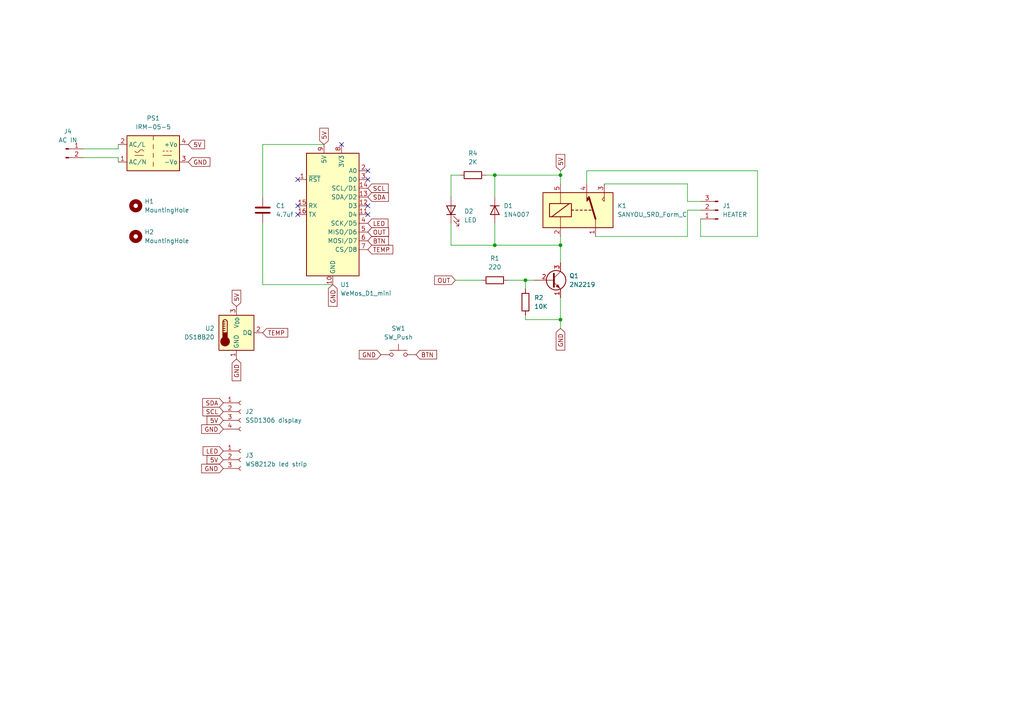
<source format=kicad_sch>
(kicad_sch (version 20230121) (generator eeschema)
  (paper "A4")
  (lib_symbols
    (symbol "Connector:Conn_01x02_Pin" (pin_names (offset 1.016) hide)
      (property "Reference" "J" (at 0 2.54 0))
      (property "Value" "Conn_01x02_Pin" (at 0 -5.08 0))
      (symbol "Conn_01x02_Pin_1_1"
        (polyline (pts (xy 1.27 -2.54) (xy 0.8636 -2.54)) (stroke (width 0.1524)))
        (polyline (pts (xy 1.27 0) (xy 0.8636 0)) (stroke (width 0.1524)))
        (rectangle (start 0.8636 -2.413) (end 0 -2.667) (stroke (width 0.1524)) (fill (type outline)))
        (rectangle (start 0.8636 0.127) (end 0 -0.127) (stroke (width 0.1524)) (fill (type outline)))
        (pin passive line (at 5.08 0 180) (length 3.81) (name "Pin_1") (number "1"))
        (pin passive line (at 5.08 -2.54 180) (length 3.81) (name "Pin_2") (number "2"))
      )
    )
    (symbol "Connector:Conn_01x03_Pin" (pin_names (offset 1.016) hide)
      (property "Reference" "J" (at 0 5.08 0))
      (property "Value" "Conn_01x03_Pin" (at 0 -5.08 0))
      (symbol "Conn_01x03_Pin_1_1"
        (polyline (pts (xy 1.27 -2.54) (xy 0.8636 -2.54)) (stroke (width 0.1524)))
        (polyline (pts (xy 1.27 0) (xy 0.8636 0)) (stroke (width 0.1524)))
        (polyline (pts (xy 1.27 2.54) (xy 0.8636 2.54)) (stroke (width 0.1524)))
        (rectangle (start 0.8636 -2.413) (end 0 -2.667) (stroke (width 0.1524)) (fill (type outline)))
        (rectangle (start 0.8636 0.127) (end 0 -0.127) (stroke (width 0.1524)) (fill (type outline)))
        (rectangle (start 0.8636 2.667) (end 0 2.413) (stroke (width 0.1524)) (fill (type outline)))
        (pin passive line (at 5.08 2.54 180) (length 3.81) (name "Pin_1") (number "1"))
        (pin passive line (at 5.08 0 180) (length 3.81) (name "Pin_2") (number "2"))
        (pin passive line (at 5.08 -2.54 180) (length 3.81) (name "Pin_3") (number "3"))
      )
    )
    (symbol "Connector:Conn_01x03_Socket" (pin_names (offset 1.016) hide)
      (property "Reference" "J" (at 0 5.08 0))
      (property "Value" "Conn_01x03_Socket" (at 0 -5.08 0))
      (symbol "Conn_01x03_Socket_1_1"
        (arc (start 0 -2.032) (mid -0.5058 -2.54) (end 0 -3.048) (stroke (width 0.1524)))
        (polyline (pts (xy -1.27 -2.54) (xy -0.508 -2.54)) (stroke (width 0.1524)))
        (polyline (pts (xy -1.27 0) (xy -0.508 0)) (stroke (width 0.1524)))
        (polyline (pts (xy -1.27 2.54) (xy -0.508 2.54)) (stroke (width 0.1524)))
        (arc (start 0 0.508) (mid -0.5058 0) (end 0 -0.508) (stroke (width 0.1524)))
        (arc (start 0 3.048) (mid -0.5058 2.54) (end 0 2.032) (stroke (width 0.1524)))
        (pin passive line (at -5.08 2.54 0) (length 3.81) (name "Pin_1") (number "1"))
        (pin passive line (at -5.08 0 0) (length 3.81) (name "Pin_2") (number "2"))
        (pin passive line (at -5.08 -2.54 0) (length 3.81) (name "Pin_3") (number "3"))
      )
    )
    (symbol "Connector:Conn_01x04_Socket" (pin_names (offset 1.016) hide)
      (property "Reference" "J" (at 0 5.08 0))
      (property "Value" "Conn_01x04_Socket" (at 0 -7.62 0))
      (symbol "Conn_01x04_Socket_1_1"
        (arc (start 0 -4.572) (mid -0.5058 -5.08) (end 0 -5.588) (stroke (width 0.1524)))
        (arc (start 0 -2.032) (mid -0.5058 -2.54) (end 0 -3.048) (stroke (width 0.1524)))
        (polyline (pts (xy -1.27 -5.08) (xy -0.508 -5.08)) (stroke (width 0.1524)))
        (polyline (pts (xy -1.27 -2.54) (xy -0.508 -2.54)) (stroke (width 0.1524)))
        (polyline (pts (xy -1.27 0) (xy -0.508 0)) (stroke (width 0.1524)))
        (polyline (pts (xy -1.27 2.54) (xy -0.508 2.54)) (stroke (width 0.1524)))
        (arc (start 0 0.508) (mid -0.5058 0) (end 0 -0.508) (stroke (width 0.1524)))
        (arc (start 0 3.048) (mid -0.5058 2.54) (end 0 2.032) (stroke (width 0.1524)))
        (pin passive line (at -5.08 2.54 0) (length 3.81) (name "Pin_1") (number "1"))
        (pin passive line (at -5.08 0 0) (length 3.81) (name "Pin_2") (number "2"))
        (pin passive line (at -5.08 -2.54 0) (length 3.81) (name "Pin_3") (number "3"))
        (pin passive line (at -5.08 -5.08 0) (length 3.81) (name "Pin_4") (number "4"))
      )
    )
    (symbol "Converter_ACDC:IRM-05-5"
      (property "Reference" "PS" (at 0 6.35 0))
      (property "Value" "IRM-05-5" (at 0 -6.35 0))
      (symbol "IRM-05-5_0_1"
        (rectangle (start -7.62 5.08) (end 7.62 -5.08) (stroke (width 0.254)) (fill (type background)))
        (arc (start -5.334 0.635) (mid -4.699 0.2495) (end -4.064 0.635))
        (arc (start -2.794 0.635) (mid -3.429 1.0072) (end -4.064 0.635))
        (polyline (pts (xy -5.334 -0.635) (xy -2.794 -0.635)))
        (polyline (pts (xy 0 -2.54) (xy 0 -3.81)))
        (polyline (pts (xy 0 0) (xy 0 -1.27)))
        (polyline (pts (xy 0 2.54) (xy 0 1.27)))
        (polyline (pts (xy 0 5.08) (xy 0 3.81)))
        (polyline (pts (xy 2.794 -0.635) (xy 5.334 -0.635)))
        (polyline (pts (xy 2.794 0.635) (xy 3.302 0.635)))
        (polyline (pts (xy 3.81 0.635) (xy 4.318 0.635)))
        (polyline (pts (xy 4.826 0.635) (xy 5.334 0.635)))
      )
      (symbol "IRM-05-5_1_1"
        (pin power_in line (at -10.16 -2.54 0) (length 2.54) (name "AC/N") (number "1"))
        (pin power_in line (at -10.16 2.54 0) (length 2.54) (name "AC/L") (number "2"))
        (pin power_out line (at 10.16 -2.54 180) (length 2.54) (name "-Vo") (number "3"))
        (pin power_out line (at 10.16 2.54 180) (length 2.54) (name "+Vo") (number "4"))
      )
    )
    (symbol "Device:C" (pin_numbers hide) (pin_names (offset 0.254))
      (property "Reference" "C" (at 0.635 2.54 0))
      (property "Value" "C" (at 0.635 -2.54 0))
      (symbol "C_0_1"
        (polyline (pts (xy -2.032 -0.762) (xy 2.032 -0.762)) (stroke (width 0.508)))
        (polyline (pts (xy -2.032 0.762) (xy 2.032 0.762)) (stroke (width 0.508)))
      )
      (symbol "C_1_1"
        (pin passive line (at 0 3.81 270) (length 2.794) (name "~") (number "1"))
        (pin passive line (at 0 -3.81 90) (length 2.794) (name "~") (number "2"))
      )
    )
    (symbol "Device:LED" (pin_numbers hide) (pin_names (offset 1.016) hide)
      (property "Reference" "D" (at 0 2.54 0))
      (property "Value" "LED" (at 0 -2.54 0))
      (symbol "LED_0_1"
        (polyline (pts (xy -1.27 -1.27) (xy -1.27 1.27)) (stroke (width 0.254)))
        (polyline (pts (xy -1.27 0) (xy 1.27 0)))
        (polyline (pts (xy 1.27 -1.27) (xy 1.27 1.27) (xy -1.27 0) (xy 1.27 -1.27)) (stroke (width 0.254)))
        (polyline (pts (xy -3.048 -0.762) (xy -4.572 -2.286) (xy -3.81 -2.286) (xy -4.572 -2.286) (xy -4.572 -1.524)))
        (polyline (pts (xy -1.778 -0.762) (xy -3.302 -2.286) (xy -2.54 -2.286) (xy -3.302 -2.286) (xy -3.302 -1.524)))
      )
      (symbol "LED_1_1"
        (pin passive line (at -3.81 0 0) (length 2.54) (name "K") (number "1"))
        (pin passive line (at 3.81 0 180) (length 2.54) (name "A") (number "2"))
      )
    )
    (symbol "Device:R" (pin_numbers hide) (pin_names (offset 0))
      (property "Reference" "R" (at 2.032 0 90))
      (property "Value" "R" (at 0 0 90))
      (symbol "R_0_1"
        (rectangle (start -1.016 -2.54) (end 1.016 2.54) (stroke (width 0.254)))
      )
      (symbol "R_1_1"
        (pin passive line (at 0 3.81 270) (length 1.27) (name "~") (number "1"))
        (pin passive line (at 0 -3.81 90) (length 1.27) (name "~") (number "2"))
      )
    )
    (symbol "Diode:1N4007" (pin_numbers hide) (pin_names hide)
      (property "Reference" "D" (at 0 2.54 0))
      (property "Value" "1N4007" (at 0 -2.54 0))
      (symbol "1N4007_0_1"
        (polyline (pts (xy -1.27 1.27) (xy -1.27 -1.27)) (stroke (width 0.254)))
        (polyline (pts (xy 1.27 0) (xy -1.27 0)))
        (polyline (pts (xy 1.27 1.27) (xy 1.27 -1.27) (xy -1.27 0) (xy 1.27 1.27)) (stroke (width 0.254)))
      )
      (symbol "1N4007_1_1"
        (pin passive line (at -3.81 0 0) (length 2.54) (name "K") (number "1"))
        (pin passive line (at 3.81 0 180) (length 2.54) (name "A") (number "2"))
      )
    )
    (symbol "MCU_Module:WeMos_D1_mini"
      (property "Reference" "U" (at 3.81 19.05 0))
      (property "Value" "WeMos_D1_mini" (at 1.27 -19.05 0))
      (symbol "WeMos_D1_mini_1_1"
        (rectangle (start -7.62 17.78) (end 7.62 -17.78) (stroke (width 0.254)) (fill (type background)))
        (pin input line (at -10.16 10.16 0) (length 2.54) (name "~{RST}") (number "1"))
        (pin power_in line (at 0 -20.32 90) (length 2.54) (name "GND") (number "10"))
        (pin bidirectional line (at 10.16 0 180) (length 2.54) (name "D4") (number "11"))
        (pin bidirectional line (at 10.16 2.54 180) (length 2.54) (name "D3") (number "12"))
        (pin bidirectional line (at 10.16 5.08 180) (length 2.54) (name "SDA/D2") (number "13"))
        (pin bidirectional line (at 10.16 7.62 180) (length 2.54) (name "SCL/D1") (number "14"))
        (pin input line (at -10.16 2.54 0) (length 2.54) (name "RX") (number "15"))
        (pin output line (at -10.16 0 0) (length 2.54) (name "TX") (number "16"))
        (pin input line (at 10.16 12.7 180) (length 2.54) (name "A0") (number "2"))
        (pin bidirectional line (at 10.16 10.16 180) (length 2.54) (name "D0") (number "3"))
        (pin bidirectional line (at 10.16 -2.54 180) (length 2.54) (name "SCK/D5") (number "4"))
        (pin bidirectional line (at 10.16 -5.08 180) (length 2.54) (name "MISO/D6") (number "5"))
        (pin bidirectional line (at 10.16 -7.62 180) (length 2.54) (name "MOSI/D7") (number "6"))
        (pin bidirectional line (at 10.16 -10.16 180) (length 2.54) (name "CS/D8") (number "7"))
        (pin power_out line (at 2.54 20.32 270) (length 2.54) (name "3V3") (number "8"))
        (pin power_in line (at -2.54 20.32 270) (length 2.54) (name "5V") (number "9"))
      )
    )
    (symbol "Mechanical:MountingHole" (pin_names (offset 1.016))
      (property "Reference" "H" (at 0 5.08 0))
      (property "Value" "MountingHole" (at 0 3.175 0))
      (symbol "MountingHole_0_1"
        (circle (center 0 0) (radius 1.27) (stroke (width 1.27)))
      )
    )
    (symbol "Relay:SANYOU_SRD_Form_C"
      (property "Reference" "K" (at 11.43 3.81 0))
      (property "Value" "SANYOU_SRD_Form_C" (at 11.43 1.27 0))
      (symbol "SANYOU_SRD_Form_C_0_0"
        (polyline (pts (xy 7.62 5.08) (xy 7.62 2.54) (xy 6.985 3.175) (xy 7.62 3.81)))
      )
      (symbol "SANYOU_SRD_Form_C_0_1"
        (rectangle (start -10.16 5.08) (end 10.16 -5.08) (stroke (width 0.254)) (fill (type background)))
        (rectangle (start -8.255 1.905) (end -1.905 -1.905) (stroke (width 0.254)))
        (polyline (pts (xy -7.62 -1.905) (xy -2.54 1.905)) (stroke (width 0.254)))
        (polyline (pts (xy -5.08 -5.08) (xy -5.08 -1.905)))
        (polyline (pts (xy -5.08 5.08) (xy -5.08 1.905)))
        (polyline (pts (xy -1.905 0) (xy -1.27 0)) (stroke (width 0.254)))
        (polyline (pts (xy -0.635 0) (xy 0 0)) (stroke (width 0.254)))
        (polyline (pts (xy 0.635 0) (xy 1.27 0)) (stroke (width 0.254)))
        (polyline (pts (xy 1.905 0) (xy 2.54 0)) (stroke (width 0.254)))
        (polyline (pts (xy 3.175 0) (xy 3.81 0)) (stroke (width 0.254)))
        (polyline (pts (xy 5.08 -2.54) (xy 3.175 3.81)) (stroke (width 0.508)))
        (polyline (pts (xy 5.08 -2.54) (xy 5.08 -5.08)))
      )
      (symbol "SANYOU_SRD_Form_C_1_1"
        (polyline (pts (xy 2.54 3.81) (xy 3.175 3.175) (xy 2.54 2.54) (xy 2.54 5.08)) (fill (type outline)))
        (pin passive line (at 5.08 -7.62 90) (length 2.54) (name "~") (number "1"))
        (pin passive line (at -5.08 -7.62 90) (length 2.54) (name "~") (number "2"))
        (pin passive line (at 7.62 7.62 270) (length 2.54) (name "~") (number "3"))
        (pin passive line (at 2.54 7.62 270) (length 2.54) (name "~") (number "4"))
        (pin passive line (at -5.08 7.62 270) (length 2.54) (name "~") (number "5"))
      )
    )
    (symbol "Sensor_Temperature:DS18B20"
      (property "Reference" "U" (at -3.81 6.35 0))
      (property "Value" "DS18B20" (at 6.35 6.35 0))
      (symbol "DS18B20_0_1"
        (rectangle (start -5.08 5.08) (end 5.08 -5.08) (stroke (width 0.254)) (fill (type background)))
        (circle (center -3.302 -2.54) (radius 1.27) (stroke (width 0.254)) (fill (type outline)))
        (rectangle (start -2.667 -1.905) (end -3.937 0) (stroke (width 0.254)) (fill (type outline)))
        (arc (start -2.667 3.175) (mid -3.302 3.8073) (end -3.937 3.175) (stroke (width 0.254)))
        (polyline (pts (xy -3.937 0.635) (xy -3.302 0.635)) (stroke (width 0.254)))
        (polyline (pts (xy -3.937 1.27) (xy -3.302 1.27)) (stroke (width 0.254)))
        (polyline (pts (xy -3.937 1.905) (xy -3.302 1.905)) (stroke (width 0.254)))
        (polyline (pts (xy -3.937 2.54) (xy -3.302 2.54)) (stroke (width 0.254)))
        (polyline (pts (xy -3.937 3.175) (xy -3.937 0)) (stroke (width 0.254)))
        (polyline (pts (xy -3.937 3.175) (xy -3.302 3.175)) (stroke (width 0.254)))
        (polyline (pts (xy -2.667 3.175) (xy -2.667 0)) (stroke (width 0.254)))
      )
      (symbol "DS18B20_1_1"
        (pin power_in line (at 0 -7.62 90) (length 2.54) (name "GND") (number "1"))
        (pin bidirectional line (at 7.62 0 180) (length 2.54) (name "DQ") (number "2"))
        (pin power_in line (at 0 7.62 270) (length 2.54) (name "V_{DD}") (number "3"))
      )
    )
    (symbol "Switch:SW_Push" (pin_numbers hide) (pin_names (offset 1.016) hide)
      (property "Reference" "SW" (at 1.27 2.54 0))
      (property "Value" "SW_Push" (at 0 -1.524 0))
      (symbol "SW_Push_0_1"
        (circle (center -2.032 0) (radius 0.508))
        (polyline (pts (xy 0 1.27) (xy 0 3.048)))
        (polyline (pts (xy 2.54 1.27) (xy -2.54 1.27)))
        (circle (center 2.032 0) (radius 0.508))
        (pin passive line (at -5.08 0 0) (length 2.54) (name "1") (number "1"))
        (pin passive line (at 5.08 0 180) (length 2.54) (name "2") (number "2"))
      )
    )
    (symbol "Transistor_BJT:2N2219" (pin_names (offset 0) hide)
      (property "Reference" "Q" (at 5.08 1.905 0))
      (property "Value" "2N2219" (at 5.08 0 0))
      (symbol "2N2219_0_1"
        (polyline (pts (xy 0.635 0.635) (xy 2.54 2.54)))
        (polyline (pts (xy 0.635 -0.635) (xy 2.54 -2.54) (xy 2.54 -2.54)))
        (polyline (pts (xy 0.635 1.905) (xy 0.635 -1.905) (xy 0.635 -1.905)) (stroke (width 0.508)))
        (polyline (pts (xy 1.27 -1.778) (xy 1.778 -1.27) (xy 2.286 -2.286) (xy 1.27 -1.778) (xy 1.27 -1.778)) (fill (type outline)))
        (circle (center 1.27 0) (radius 2.8194) (stroke (width 0.254)))
      )
      (symbol "2N2219_1_1"
        (pin passive line (at 2.54 -5.08 90) (length 2.54) (name "E") (number "1"))
        (pin passive line (at -5.08 0 0) (length 5.715) (name "B") (number "2"))
        (pin passive line (at 2.54 5.08 270) (length 2.54) (name "C") (number "3"))
      )
    )
  )
  (junction (at 152.4 81.28))
  (junction (at 162.56 50.8))
  (junction (at 162.56 71.12))
  (junction (at 143.51 50.8))
  (junction (at 143.51 71.12))
  (junction (at 162.56 92.71))
  (no_connect (at 106.68 62.23))
  (no_connect (at 106.68 49.53))
  (no_connect (at 86.36 62.23))
  (no_connect (at 99.06 41.91))
  (no_connect (at 86.36 52.07))
  (no_connect (at 86.36 59.69))
  (no_connect (at 106.68 59.69))
  (no_connect (at 106.68 52.07))
  (wire (pts (xy 143.51 71.12) (xy 162.56 71.12)))
  (wire (pts (xy 199.39 58.42) (xy 203.2 58.42)))
  (wire (pts (xy 34.29 45.72) (xy 34.29 46.99)))
  (wire (pts (xy 143.51 50.8) (xy 162.56 50.8)))
  (wire (pts (xy 24.13 43.18) (xy 34.29 43.18)))
  (wire (pts (xy 152.4 91.44) (xy 152.4 92.71)))
  (wire (pts (xy 199.39 60.96) (xy 203.2 60.96)))
  (wire (pts (xy 162.56 68.58) (xy 162.56 71.12)))
  (wire (pts (xy 170.18 53.34) (xy 170.18 49.53)))
  (wire (pts (xy 199.39 68.58) (xy 199.39 60.96)))
  (wire (pts (xy 130.81 57.15) (xy 130.81 50.8)))
  (wire (pts (xy 162.56 50.8) (xy 162.56 53.34)))
  (wire (pts (xy 34.29 43.18) (xy 34.29 41.91)))
  (wire (pts (xy 219.71 49.53) (xy 219.71 68.58)))
  (wire (pts (xy 24.13 45.72) (xy 34.29 45.72)))
  (wire (pts (xy 162.56 71.12) (xy 162.56 76.2)))
  (wire (pts (xy 76.2 64.77) (xy 76.2 82.55)))
  (wire (pts (xy 170.18 49.53) (xy 219.71 49.53)))
  (wire (pts (xy 172.72 68.58) (xy 199.39 68.58)))
  (wire (pts (xy 130.81 64.77) (xy 130.81 71.12)))
  (wire (pts (xy 130.81 50.8) (xy 133.35 50.8)))
  (wire (pts (xy 130.81 71.12) (xy 143.51 71.12)))
  (wire (pts (xy 152.4 81.28) (xy 152.4 83.82)))
  (wire (pts (xy 132.08 81.28) (xy 139.7 81.28)))
  (wire (pts (xy 152.4 92.71) (xy 162.56 92.71)))
  (wire (pts (xy 219.71 68.58) (xy 203.2 68.58)))
  (wire (pts (xy 152.4 81.28) (xy 154.94 81.28)))
  (wire (pts (xy 162.56 92.71) (xy 162.56 95.25)))
  (wire (pts (xy 162.56 49.53) (xy 162.56 50.8)))
  (wire (pts (xy 93.98 41.91) (xy 76.2 41.91)))
  (wire (pts (xy 76.2 41.91) (xy 76.2 57.15)))
  (wire (pts (xy 203.2 68.58) (xy 203.2 63.5)))
  (wire (pts (xy 140.97 50.8) (xy 143.51 50.8)))
  (wire (pts (xy 147.32 81.28) (xy 152.4 81.28)))
  (wire (pts (xy 143.51 57.15) (xy 143.51 50.8)))
  (wire (pts (xy 175.26 53.34) (xy 199.39 53.34)))
  (wire (pts (xy 76.2 82.55) (xy 96.52 82.55)))
  (wire (pts (xy 199.39 53.34) (xy 199.39 58.42)))
  (wire (pts (xy 143.51 64.77) (xy 143.51 71.12)))
  (wire (pts (xy 162.56 86.36) (xy 162.56 92.71)))
  (global_label "5V" (shape input) (at 64.77 133.35 180) (property "Intersheetrefs" "${INTERSHEET_REFS}" (effects hide)))
  (global_label "TEMP" (shape input) (at 76.2 96.52 0) (property "Intersheetrefs" "${INTERSHEET_REFS}" (effects hide)))
  (global_label "SDA" (shape input) (at 64.77 116.84 180) (property "Intersheetrefs" "${INTERSHEET_REFS}" (effects hide)))
  (global_label "5V" (shape input) (at 54.61 41.91 0) (property "Intersheetrefs" "${INTERSHEET_REFS}" (effects hide)))
  (global_label "5V" (shape input) (at 68.58 88.9 90) (property "Intersheetrefs" "${INTERSHEET_REFS}" (effects hide)))
  (global_label "GND" (shape input) (at 64.77 135.89 180) (property "Intersheetrefs" "${INTERSHEET_REFS}" (effects hide)))
  (global_label "BTN" (shape input) (at 120.65 102.87 0) (property "Intersheetrefs" "${INTERSHEET_REFS}" (effects hide)))
  (global_label "LED" (shape input) (at 64.77 130.81 180) (property "Intersheetrefs" "${INTERSHEET_REFS}" (effects hide)))
  (global_label "5V" (shape input) (at 162.56 49.53 90) (property "Intersheetrefs" "${INTERSHEET_REFS}" (effects hide)))
  (global_label "SCL" (shape input) (at 64.77 119.38 180) (property "Intersheetrefs" "${INTERSHEET_REFS}" (effects hide)))
  (global_label "TEMP" (shape input) (at 106.68 72.39 0) (property "Intersheetrefs" "${INTERSHEET_REFS}" (effects hide)))
  (global_label "BTN" (shape input) (at 106.68 69.85 0) (property "Intersheetrefs" "${INTERSHEET_REFS}" (effects hide)))
  (global_label "SDA" (shape input) (at 106.68 57.15 0) (property "Intersheetrefs" "${INTERSHEET_REFS}" (effects hide)))
  (global_label "GND" (shape input) (at 54.61 46.99 0) (property "Intersheetrefs" "${INTERSHEET_REFS}" (effects hide)))
  (global_label "SCL" (shape input) (at 106.68 54.61 0) (property "Intersheetrefs" "${INTERSHEET_REFS}" (effects hide)))
  (global_label "GND" (shape input) (at 110.49 102.87 180) (property "Intersheetrefs" "${INTERSHEET_REFS}" (effects hide)))
  (global_label "5V" (shape input) (at 93.98 41.91 90) (property "Intersheetrefs" "${INTERSHEET_REFS}" (effects hide)))
  (global_label "GND" (shape input) (at 68.58 104.14 270) (property "Intersheetrefs" "${INTERSHEET_REFS}" (effects hide)))
  (global_label "5V" (shape input) (at 64.77 121.92 180) (property "Intersheetrefs" "${INTERSHEET_REFS}" (effects hide)))
  (global_label "GND" (shape input) (at 96.52 82.55 270) (property "Intersheetrefs" "${INTERSHEET_REFS}" (effects hide)))
  (global_label "GND" (shape input) (at 64.77 124.46 180) (property "Intersheetrefs" "${INTERSHEET_REFS}" (effects hide)))
  (global_label "GND" (shape input) (at 162.56 95.25 270) (property "Intersheetrefs" "${INTERSHEET_REFS}" (effects hide)))
  (global_label "OUT" (shape input) (at 132.08 81.28 180) (property "Intersheetrefs" "${INTERSHEET_REFS}" (effects hide)))
  (global_label "OUT" (shape input) (at 106.68 67.31 0) (property "Intersheetrefs" "${INTERSHEET_REFS}" (effects hide)))
  (global_label "LED" (shape input) (at 106.68 64.77 0) (property "Intersheetrefs" "${INTERSHEET_REFS}" (effects hide)))
  (symbol (lib_id "Relay:SANYOU_SRD_Form_C") (at 167.64 60.96 0) (unit 1)
    (property "Reference" "K1" (at 179.07 59.69 0) (effects (justify left)))
    (property "Value" "SANYOU_SRD_Form_C" (at 179.07 62.23 0) (effects (justify left)))
    (property "Footprint" "Relay_THT:Relay_SPDT_SANYOU_SRD_Series_Form_C" (effects hide))
    (property "Datasheet" "http://www.sanyourelay.ca/public/products/pdf/SRD.pdf" (effects hide))
  )
  (symbol (lib_id "Device:R") (at 143.51 81.28 90) (unit 1)
    (property "Reference" "R1" (at 143.51 74.93 90))
    (property "Value" "220" (at 143.51 77.47 90))
    (property "Footprint" "Resistor_THT:R_Axial_DIN0207_L6.3mm_D2.5mm_P10.16mm_Horizontal" (effects hide))
  )
  (symbol (lib_id "Device:LED") (at 130.81 60.96 90) (unit 1)
    (property "Reference" "D2" (at 134.62 61.2775 90) (effects (justify right)))
    (property "Value" "LED" (at 134.62 63.8175 90) (effects (justify right)))
    (property "Footprint" "LED_THT:LED_D5.0mm" (effects hide))
  )
  (symbol (lib_id "Device:R") (at 137.16 50.8 90) (unit 1)
    (property "Reference" "R4" (at 137.16 44.45 90))
    (property "Value" "2K" (at 137.16 46.99 90))
    (property "Footprint" "Resistor_THT:R_Axial_DIN0207_L6.3mm_D2.5mm_P10.16mm_Horizontal" (effects hide))
  )
  (symbol (lib_id "Mechanical:MountingHole") (at 39.37 59.69 0) (unit 1)
    (property "Reference" "H1" (at 41.91 58.42 0) (effects (justify left)))
    (property "Value" "MountingHole" (at 41.91 60.96 0) (effects (justify left)))
    (property "Footprint" "MountingHole:MountingHole_4.3mm_M4" (effects hide))
  )
  (symbol (lib_id "Converter_ACDC:IRM-05-5") (at 44.45 44.45 0) (unit 1)
    (property "Reference" "PS1" (at 44.45 34.29 0))
    (property "Value" "IRM-05-5" (at 44.45 36.83 0))
    (property "Footprint" "internal:220v AC to 5v DC Transformer" (effects hide))
    (property "Datasheet" "https://www.meanwell.com/Upload/PDF/IRM-05/IRM-05-SPEC.PDF" (effects hide))
  )
  (symbol (lib_id "Connector:Conn_01x03_Socket") (at 69.85 133.35 0) (unit 1)
    (property "Reference" "J3" (at 71.12 132.08 0) (effects (justify left)))
    (property "Value" "WS8212b led strip" (at 71.12 134.62 0) (effects (justify left)))
    (property "Footprint" "Connector_JST:JST_XH_B3B-XH-A_1x03_P2.50mm_Vertical" (effects hide))
  )
  (symbol (lib_id "Transistor_BJT:2N2219") (at 160.02 81.28 0) (unit 1)
    (property "Reference" "Q1" (at 165.1 80.01 0) (effects (justify left)))
    (property "Value" "2N2219" (at 165.1 82.55 0) (effects (justify left)))
    (property "Footprint" "Package_TO_SOT_THT:TO-92_Inline" (effects hide))
    (property "Datasheet" "http://www.onsemi.com/pub_link/Collateral/2N2219-D.PDF" (effects hide))
  )
  (symbol (lib_id "MCU_Module:WeMos_D1_mini") (at 96.52 62.23 0) (unit 1)
    (property "Reference" "U1" (at 98.7141 82.55 0) (effects (justify left)))
    (property "Value" "WeMos_D1_mini" (at 98.7141 85.09 0) (effects (justify left)))
    (property "Footprint" "Module:WEMOS_D1_mini_light" (effects hide))
    (property "Datasheet" "https://wiki.wemos.cc/products:d1:d1_mini#documentation" (effects hide))
  )
  (symbol (lib_id "Mechanical:MountingHole") (at 39.37 68.58 0) (unit 1)
    (property "Reference" "H2" (at 41.91 67.31 0) (effects (justify left)))
    (property "Value" "MountingHole" (at 41.91 69.85 0) (effects (justify left)))
    (property "Footprint" "MountingHole:MountingHole_4.3mm_M4" (effects hide))
  )
  (symbol (lib_id "Diode:1N4007") (at 143.51 60.96 270) (unit 1)
    (property "Reference" "D1" (at 146.05 59.69 90) (effects (justify left)))
    (property "Value" "1N4007" (at 146.05 62.23 90) (effects (justify left)))
    (property "Footprint" "Diode_THT:D_DO-41_SOD81_P10.16mm_Horizontal" (effects hide))
    (property "Datasheet" "http://www.vishay.com/docs/88503/1n4001.pdf" (effects hide))
    (property "Sim.Device" "D" (effects hide))
    (property "Sim.Pins" "1=K 2=A" (effects hide))
  )
  (symbol (lib_id "Connector:Conn_01x04_Socket") (at 69.85 119.38 0) (unit 1)
    (property "Reference" "J2" (at 71.12 119.38 0) (effects (justify left)))
    (property "Value" "SSD1306 display" (at 71.12 121.92 0) (effects (justify left)))
    (property "Footprint" "Connector_JST:JST_XH_B4B-XH-A_1x04_P2.50mm_Vertical" (effects hide))
  )
  (symbol (lib_id "Device:R") (at 152.4 87.63 0) (unit 1)
    (property "Reference" "R2" (at 154.94 86.36 0) (effects (justify left)))
    (property "Value" "10K" (at 154.94 88.9 0) (effects (justify left)))
    (property "Footprint" "Resistor_THT:R_Axial_DIN0207_L6.3mm_D2.5mm_P10.16mm_Horizontal" (effects hide))
  )
  (symbol (lib_id "Connector:Conn_01x03_Pin") (at 208.28 60.96 180) (unit 1)
    (property "Reference" "J1" (at 209.55 59.69 0) (effects (justify right)))
    (property "Value" "HEATER" (at 209.55 62.23 0) (effects (justify right)))
    (property "Footprint" "TerminalBlock_MetzConnect:TerminalBlock_MetzConnect_Type094_RT03503HBLU_1x03_P5.00mm_Horizontal" (effects hide))
  )
  (symbol (lib_id "Connector:Conn_01x02_Pin") (at 19.05 43.18 0) (unit 1)
    (property "Reference" "J4" (at 19.685 38.1 0))
    (property "Value" "AC IN" (at 19.685 40.64 0))
    (property "Footprint" "TerminalBlock_MetzConnect:TerminalBlock_MetzConnect_Type094_RT03502HBLU_1x02_P5.00mm_Horizontal" (effects hide))
  )
  (symbol (lib_id "Device:C") (at 76.2 60.96 180) (unit 1)
    (property "Reference" "C1" (at 80.01 59.69 0) (effects (justify right)))
    (property "Value" "4.7uf" (at 80.01 62.23 0) (effects (justify right)))
    (property "Footprint" "Capacitor_SMD:C_1206_3216Metric_Pad1.33x1.80mm_HandSolder" (effects hide))
  )
  (symbol (lib_id "Sensor_Temperature:DS18B20") (at 68.58 96.52 0) (unit 1)
    (property "Reference" "U2" (at 62.23 95.25 0) (effects (justify right)))
    (property "Value" "DS18B20" (at 62.23 97.79 0) (effects (justify right)))
    (property "Footprint" "Package_TO_SOT_THT:TO-92_Inline" (effects hide))
    (property "Datasheet" "http://datasheets.maximintegrated.com/en/ds/DS18B20.pdf" (effects hide))
  )
  (symbol (lib_id "Switch:SW_Push") (at 115.57 102.87 0) (unit 1)
    (property "Reference" "SW1" (at 115.57 95.25 0))
    (property "Value" "SW_Push" (at 115.57 97.79 0))
    (property "Footprint" "Button_Switch_SMD:SW_Push_1P1T_NO_6x6mm_H9.5mm" (effects hide))
  )
)
</source>
